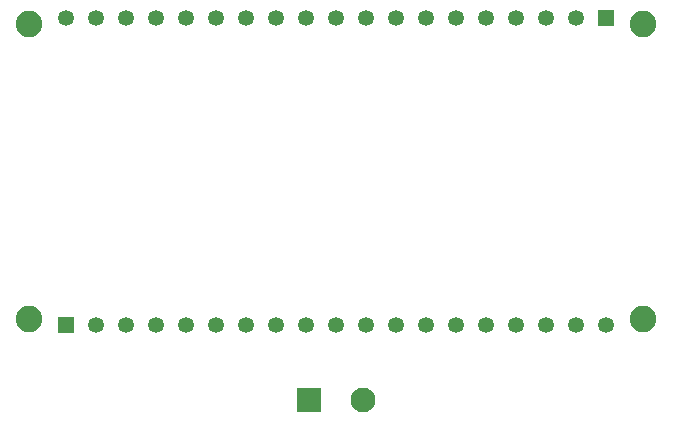
<source format=gbs>
G04 #@! TF.GenerationSoftware,KiCad,Pcbnew,(6.0.6)*
G04 #@! TF.CreationDate,2022-08-28T18:45:50+02:00*
G04 #@! TF.ProjectId,Pantalla_POV_V2,50616e74-616c-46c6-915f-504f565f5632,rev?*
G04 #@! TF.SameCoordinates,Original*
G04 #@! TF.FileFunction,Soldermask,Bot*
G04 #@! TF.FilePolarity,Negative*
%FSLAX46Y46*%
G04 Gerber Fmt 4.6, Leading zero omitted, Abs format (unit mm)*
G04 Created by KiCad (PCBNEW (6.0.6)) date 2022-08-28 18:45:50*
%MOMM*%
%LPD*%
G01*
G04 APERTURE LIST*
G04 Aperture macros list*
%AMRoundRect*
0 Rectangle with rounded corners*
0 $1 Rounding radius*
0 $2 $3 $4 $5 $6 $7 $8 $9 X,Y pos of 4 corners*
0 Add a 4 corners polygon primitive as box body*
4,1,4,$2,$3,$4,$5,$6,$7,$8,$9,$2,$3,0*
0 Add four circle primitives for the rounded corners*
1,1,$1+$1,$2,$3*
1,1,$1+$1,$4,$5*
1,1,$1+$1,$6,$7*
1,1,$1+$1,$8,$9*
0 Add four rect primitives between the rounded corners*
20,1,$1+$1,$2,$3,$4,$5,0*
20,1,$1+$1,$4,$5,$6,$7,0*
20,1,$1+$1,$6,$7,$8,$9,0*
20,1,$1+$1,$8,$9,$2,$3,0*%
G04 Aperture macros list end*
%ADD10RoundRect,0.250001X-0.799999X-0.799999X0.799999X-0.799999X0.799999X0.799999X-0.799999X0.799999X0*%
%ADD11C,2.100000*%
%ADD12C,2.250000*%
%ADD13R,1.350000X1.350000*%
%ADD14C,1.350000*%
G04 APERTURE END LIST*
D10*
X417750000Y-130500000D03*
D11*
X422350000Y-130500000D03*
D12*
X394060000Y-98680000D03*
X446060000Y-123680000D03*
X394060000Y-123680000D03*
X446060000Y-98680000D03*
D13*
X442920000Y-98180000D03*
D14*
X440380000Y-98180000D03*
X437840000Y-98180000D03*
X435300000Y-98180000D03*
X432760000Y-98180000D03*
X430220000Y-98180000D03*
X427680000Y-98180000D03*
X425140000Y-98180000D03*
X422600000Y-98180000D03*
X420060000Y-98180000D03*
X417520000Y-98180000D03*
X414980000Y-98180000D03*
X412440000Y-98180000D03*
X409900000Y-98180000D03*
X407360000Y-98180000D03*
X404820000Y-98180000D03*
X402280000Y-98180000D03*
X399740000Y-98180000D03*
X397200000Y-98180000D03*
D13*
X397200000Y-124180000D03*
D14*
X399740000Y-124180000D03*
X402280000Y-124180000D03*
X404820000Y-124180000D03*
X407360000Y-124180000D03*
X409900000Y-124180000D03*
X412440000Y-124180000D03*
X414980000Y-124180000D03*
X417520000Y-124180000D03*
X420060000Y-124180000D03*
X422600000Y-124180000D03*
X425140000Y-124180000D03*
X427680000Y-124180000D03*
X430220000Y-124180000D03*
X432760000Y-124180000D03*
X435300000Y-124180000D03*
X437840000Y-124180000D03*
X440380000Y-124180000D03*
X442920000Y-124180000D03*
M02*

</source>
